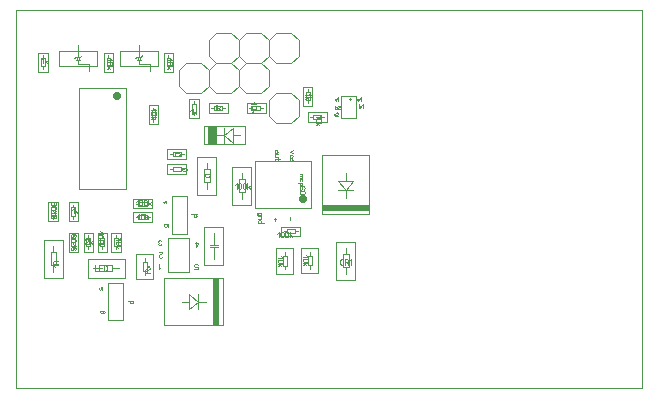
<source format=gbr>
%FSLAX34Y34*%
%MOMM*%
%LNSILK_BOTTOM_*%
G71*
G01*
%ADD10C, 0.00*%
%ADD11C, 0.00*%
%ADD12C, 0.70*%
%ADD13C, 0.06*%
%ADD14C, 0.10*%
%ADD15C, 0.01*%
%ADD16C, 0.03*%
%LPD*%
G54D10*
X0Y0D02*
X530000Y0D01*
X530000Y-320000D01*
X0Y-320000D01*
X0Y0D01*
G54D11*
X250281Y-168038D02*
X250281Y-128037D01*
X202781Y-128038D01*
X202781Y-168038D01*
X250281Y-168038D01*
X243681Y-160338D02*
G54D12*
D03*
G54D11*
X146522Y-222288D02*
X129022Y-222288D01*
X129022Y-193688D01*
X146522Y-193688D01*
X146522Y-222288D01*
G54D11*
X279500Y-159166D02*
X279500Y-152766D01*
X273200Y-152766D01*
X285900Y-152766D01*
X279500Y-152766D01*
X273200Y-144866D01*
X285900Y-144866D01*
X279500Y-152766D01*
G54D11*
X279500Y-144866D02*
X279500Y-138466D01*
G54D11*
X259500Y-173366D02*
X299500Y-173366D01*
X299500Y-123366D01*
X259500Y-123366D01*
X259500Y-173366D01*
G36*
X259500Y-168366D02*
X259500Y-169366D01*
X299500Y-169366D01*
X299500Y-165366D01*
X259500Y-165366D01*
X259500Y-169366D01*
X259500Y-168366D01*
G37*
G54D11*
X259500Y-168366D02*
X259500Y-169366D01*
X299500Y-169366D01*
X299500Y-165366D01*
X259500Y-165366D01*
X259500Y-169366D01*
X259500Y-168366D01*
G54D11*
X161150Y-247153D02*
X154750Y-247153D01*
X154750Y-253453D01*
X154750Y-240753D01*
X154750Y-247153D01*
X146850Y-253453D01*
X146850Y-240753D01*
X154750Y-247153D01*
G54D11*
X146850Y-247153D02*
X140450Y-247153D01*
G54D11*
X175350Y-267153D02*
X175350Y-227153D01*
X125350Y-227153D01*
X125350Y-267153D01*
X175350Y-267153D01*
G36*
X170350Y-267153D02*
X171350Y-267153D01*
X171350Y-227153D01*
X167350Y-227153D01*
X167350Y-267153D01*
X171350Y-267153D01*
X170350Y-267153D01*
G37*
G54D11*
X170350Y-267153D02*
X171350Y-267153D01*
X171350Y-227153D01*
X167350Y-227153D01*
X167350Y-267153D01*
X171350Y-267153D01*
X170350Y-267153D01*
G54D11*
X287409Y-228986D02*
X287409Y-196986D01*
X271409Y-196986D01*
X271409Y-228986D01*
X287409Y-228986D01*
G54D11*
X281909Y-218086D02*
X281909Y-207086D01*
X277309Y-207086D01*
X277309Y-218086D01*
X281909Y-218086D01*
G54D11*
X279609Y-223986D02*
X279609Y-218086D01*
G54D11*
X279609Y-207086D02*
X279609Y-201986D01*
G54D11*
X239712Y-38944D02*
X233412Y-45244D01*
X220613Y-45244D01*
X214312Y-38944D01*
X214313Y-26144D01*
X220612Y-19844D01*
X233412Y-19844D01*
X239713Y-26144D01*
X239712Y-38944D01*
G54D13*
X123031Y-218281D02*
X121365Y-219948D01*
X121365Y-215503D01*
G54D13*
X121158Y-205581D02*
X123825Y-205581D01*
X123825Y-205859D01*
X123492Y-206415D01*
X121492Y-208081D01*
X121158Y-208637D01*
X121158Y-209192D01*
X121492Y-209748D01*
X122158Y-210026D01*
X122825Y-210026D01*
X123492Y-209748D01*
X123825Y-209192D01*
G54D13*
X123428Y-198874D02*
X123095Y-199429D01*
X122428Y-199707D01*
X121762Y-199707D01*
X121095Y-199429D01*
X120762Y-198874D01*
X120762Y-198318D01*
X121095Y-197763D01*
X121762Y-197485D01*
X121095Y-197207D01*
X120762Y-196651D01*
X120762Y-196096D01*
X121095Y-195540D01*
X121762Y-195263D01*
X122428Y-195263D01*
X123095Y-195540D01*
X123428Y-196096D01*
G54D13*
X152781Y-196453D02*
X152781Y-200898D01*
X154781Y-198120D01*
X154781Y-197564D01*
X152115Y-197564D01*
G54D13*
X151321Y-219948D02*
X153988Y-219948D01*
X153988Y-218003D01*
X153654Y-218003D01*
X152988Y-218281D01*
X152321Y-218281D01*
X151654Y-218003D01*
X151321Y-217448D01*
X151321Y-216337D01*
X151654Y-215781D01*
X152321Y-215503D01*
X152988Y-215503D01*
X153654Y-215781D01*
X153988Y-216336D01*
G54D13*
X240322Y-139009D02*
X242822Y-139009D01*
G54D13*
X242378Y-139009D02*
X242822Y-139676D01*
X242655Y-140343D01*
X242266Y-140676D01*
X240322Y-140676D01*
G54D13*
X242377Y-140676D02*
X242822Y-141343D01*
X242655Y-142009D01*
X242266Y-142343D01*
X240322Y-142343D01*
G54D13*
X242655Y-145231D02*
X242822Y-144564D01*
X242655Y-143898D01*
X242100Y-143564D01*
X240988Y-143564D01*
X240433Y-143898D01*
X240322Y-144564D01*
X240433Y-145231D01*
G54D13*
X242822Y-146453D02*
X239211Y-146453D01*
G54D13*
X241155Y-146453D02*
X240433Y-146787D01*
X240322Y-147453D01*
X240433Y-148120D01*
X240988Y-148453D01*
X242100Y-148453D01*
X242655Y-148120D01*
X242822Y-147453D01*
X242655Y-146787D01*
X241988Y-146453D01*
G54D13*
X243933Y-152342D02*
X244488Y-152009D01*
X244766Y-151342D01*
X244766Y-150675D01*
X244489Y-150009D01*
X243933Y-149675D01*
X242544Y-149675D01*
X242266Y-149675D01*
X242822Y-150675D01*
X242822Y-151342D01*
X242544Y-152009D01*
X241989Y-152342D01*
X241155Y-152342D01*
X240600Y-152009D01*
X240322Y-151342D01*
X240322Y-150675D01*
X240600Y-150009D01*
X241155Y-149675D01*
X242544Y-149675D01*
G54D13*
X243933Y-156231D02*
X241155Y-156231D01*
X240600Y-155898D01*
X240322Y-155231D01*
X240322Y-154564D01*
X240600Y-153898D01*
X241155Y-153564D01*
X243933Y-153564D01*
X244489Y-153898D01*
X244766Y-154564D01*
X244766Y-155231D01*
X244489Y-155898D01*
X243933Y-156231D01*
G54D13*
X243100Y-157453D02*
X244766Y-159120D01*
X240322Y-159120D01*
G54D13*
X204564Y-171950D02*
X204286Y-172617D01*
X204286Y-173083D01*
X204563Y-173750D01*
X205119Y-173950D01*
X207897Y-173950D01*
G54D13*
X207175Y-173950D02*
X207730Y-173617D01*
X207897Y-172950D01*
X207730Y-172283D01*
X207175Y-171950D01*
X206064Y-171950D01*
X205508Y-172283D01*
X205397Y-172950D01*
X205508Y-173617D01*
X206064Y-173950D01*
G54D13*
X205397Y-175172D02*
X207897Y-175172D01*
G54D13*
X207341Y-175172D02*
X207730Y-175505D01*
X207897Y-176172D01*
X207730Y-176839D01*
X207341Y-177172D01*
X205397Y-177172D01*
G54D13*
X205397Y-180394D02*
X209841Y-180394D01*
G54D13*
X207175Y-180394D02*
X207730Y-180061D01*
X207897Y-179394D01*
X207730Y-178727D01*
X207175Y-178394D01*
X206064Y-178394D01*
X205508Y-178727D01*
X205397Y-179394D01*
X205508Y-180061D01*
X206064Y-180394D01*
G54D13*
X234487Y-119166D02*
X231987Y-120499D01*
X234488Y-121832D01*
G54D13*
X234321Y-124721D02*
X234487Y-124055D01*
X234321Y-123388D01*
X233765Y-123055D01*
X232654Y-123055D01*
X232099Y-123388D01*
X231988Y-124055D01*
X232099Y-124721D01*
G54D13*
X234321Y-127610D02*
X234487Y-126944D01*
X234321Y-126277D01*
X233765Y-125944D01*
X232654Y-125944D01*
X232099Y-126277D01*
X231988Y-126944D01*
X232099Y-127610D01*
G54D13*
X219954Y-121166D02*
X221065Y-121166D01*
X221621Y-120832D01*
X221788Y-120166D01*
X221621Y-119499D01*
X221065Y-119166D01*
X219954Y-119166D01*
X219399Y-119499D01*
X219288Y-120166D01*
X219399Y-120832D01*
X219954Y-121166D01*
G54D13*
X221787Y-124388D02*
X219288Y-124388D01*
G54D13*
X219843Y-124388D02*
X219399Y-124054D01*
X219287Y-123388D01*
X219399Y-122721D01*
X219843Y-122388D01*
X221788Y-122388D01*
G54D13*
X223732Y-126276D02*
X219565Y-126276D01*
X219288Y-126610D01*
X219399Y-126943D01*
G54D13*
X221788Y-125610D02*
X221788Y-126943D01*
G54D13*
X231948Y-175522D02*
X231948Y-178189D01*
G54D13*
X219644Y-176316D02*
X219644Y-178982D01*
G54D13*
X220756Y-177649D02*
X218533Y-177649D01*
G54D13*
X185556Y-148879D02*
X187223Y-147212D01*
X187223Y-151656D01*
G54D13*
X191112Y-148045D02*
X191112Y-150823D01*
X190779Y-151379D01*
X190112Y-151656D01*
X189445Y-151656D01*
X188779Y-151379D01*
X188445Y-150823D01*
X188445Y-148045D01*
X188779Y-147490D01*
X189445Y-147212D01*
X190112Y-147212D01*
X190779Y-147490D01*
X191112Y-148045D01*
G54D13*
X195001Y-148045D02*
X195001Y-150823D01*
X194668Y-151379D01*
X194001Y-151656D01*
X193334Y-151656D01*
X192668Y-151379D01*
X192334Y-150823D01*
X192334Y-148045D01*
X192668Y-147490D01*
X193334Y-147212D01*
X194001Y-147212D01*
X194668Y-147490D01*
X195001Y-148045D01*
G54D13*
X196223Y-151656D02*
X196223Y-147212D01*
G54D13*
X197223Y-149990D02*
X198223Y-151656D01*
G54D13*
X196223Y-150545D02*
X198223Y-149156D01*
G54D13*
X246158Y-207881D02*
X247825Y-209548D01*
X243381Y-209548D01*
G54D13*
X246992Y-213437D02*
X244214Y-213437D01*
X243658Y-213103D01*
X243381Y-212437D01*
X243381Y-211770D01*
X243658Y-211103D01*
X244214Y-210770D01*
X246992Y-210770D01*
X247547Y-211103D01*
X247825Y-211770D01*
X247825Y-212436D01*
X247547Y-213103D01*
X246992Y-213437D01*
G54D13*
X243381Y-214659D02*
X247825Y-214659D01*
G54D13*
X245047Y-215659D02*
X243381Y-216659D01*
G54D13*
X244492Y-214659D02*
X245881Y-216659D01*
G54D11*
X112682Y-80906D02*
X112682Y-96918D01*
X120694Y-96918D01*
X120694Y-80906D01*
X112682Y-80906D01*
G54D11*
X116682Y-82906D02*
X116682Y-85306D01*
X115082Y-85306D01*
X115082Y-92406D01*
X118282Y-92406D01*
X118282Y-85306D01*
X116682Y-85306D01*
G54D11*
X116582Y-92406D02*
X116582Y-94806D01*
G54D13*
X117475Y-83765D02*
X119141Y-85431D01*
X114697Y-85431D01*
G54D13*
X118308Y-89320D02*
X115530Y-89320D01*
X114975Y-88987D01*
X114697Y-88320D01*
X114697Y-87654D01*
X114975Y-86987D01*
X115530Y-86654D01*
X118308Y-86654D01*
X118864Y-86987D01*
X119141Y-87654D01*
X119141Y-88320D01*
X118863Y-88987D01*
X118308Y-89320D01*
G54D13*
X114697Y-90543D02*
X119141Y-90543D01*
G54D13*
X116363Y-91543D02*
X114697Y-92543D01*
G54D13*
X115808Y-90543D02*
X117197Y-92543D01*
G54D13*
X277500Y-212417D02*
X277500Y-215195D01*
X277166Y-215750D01*
X276500Y-216028D01*
X275833Y-216028D01*
X275166Y-215750D01*
X274833Y-215195D01*
X274833Y-212417D01*
X275166Y-211861D01*
X275833Y-211584D01*
X276500Y-211584D01*
X277166Y-211861D01*
X277500Y-212417D01*
G54D13*
X280055Y-213806D02*
X281055Y-214361D01*
X281389Y-214917D01*
X281389Y-216028D01*
G54D13*
X278722Y-216028D02*
X278722Y-211584D01*
X280389Y-211584D01*
X281055Y-211861D01*
X281389Y-212417D01*
X281389Y-212972D01*
X281055Y-213528D01*
X280389Y-213806D01*
X278722Y-213806D01*
G54D13*
X282611Y-213250D02*
X284278Y-211584D01*
X284278Y-216028D01*
G54D11*
X214312Y-38944D02*
X208012Y-45244D01*
X195213Y-45244D01*
X188912Y-38944D01*
X188913Y-26144D01*
X195212Y-19844D01*
X208012Y-19844D01*
X214313Y-26144D01*
X214312Y-38944D01*
G54D14*
X93298Y-66664D02*
X53298Y-66664D01*
X53298Y-152264D01*
X93298Y-152264D01*
X93298Y-66664D01*
X85598Y-73264D02*
G54D12*
D03*
G54D11*
X188912Y-38944D02*
X182612Y-45244D01*
X169813Y-45244D01*
X163512Y-38944D01*
X163513Y-26144D01*
X169812Y-19844D01*
X182612Y-19844D01*
X188913Y-26144D01*
X188912Y-38944D01*
G54D11*
X214312Y-64344D02*
X208012Y-70644D01*
X195213Y-70644D01*
X188912Y-64344D01*
X188913Y-51544D01*
X195212Y-45244D01*
X208012Y-45244D01*
X214313Y-51544D01*
X214312Y-64344D01*
G54D11*
X188912Y-64344D02*
X182612Y-70644D01*
X169813Y-70644D01*
X163512Y-64344D01*
X163513Y-51544D01*
X169812Y-45244D01*
X182612Y-45244D01*
X188913Y-51544D01*
X188912Y-64344D01*
G54D11*
X163512Y-64344D02*
X157212Y-70644D01*
X144413Y-70644D01*
X138112Y-64344D01*
X138113Y-51544D01*
X144412Y-45244D01*
X157212Y-45244D01*
X163513Y-51544D01*
X163512Y-64344D01*
G54D11*
X132097Y-157906D02*
X144797Y-157906D01*
X144797Y-189706D01*
X132097Y-189706D01*
X132097Y-157906D01*
G54D13*
X153194Y-173369D02*
X148749Y-173369D01*
G54D13*
X151416Y-173369D02*
X150860Y-173702D01*
X150694Y-174369D01*
X150860Y-175035D01*
X151416Y-175369D01*
X152527Y-175369D01*
X153083Y-175035D01*
X153194Y-174369D01*
X153082Y-173702D01*
X152527Y-173369D01*
G54D13*
X127119Y-163859D02*
X127397Y-163193D01*
X127397Y-162526D01*
X127119Y-161859D01*
X126564Y-161859D01*
X126286Y-162193D01*
X126008Y-163526D01*
X125730Y-163859D01*
X125175Y-163859D01*
X124897Y-163193D01*
X124897Y-162526D01*
X125175Y-161859D01*
G54D13*
X129024Y-183703D02*
X129302Y-183036D01*
X129302Y-182570D01*
X129024Y-181903D01*
X128468Y-181703D01*
X125690Y-181703D01*
G54D13*
X126413Y-181703D02*
X125857Y-182036D01*
X125691Y-182703D01*
X125857Y-183370D01*
X126413Y-183703D01*
X127524Y-183703D01*
X128079Y-183370D01*
X128191Y-182703D01*
X128079Y-182036D01*
X127524Y-181703D01*
G54D11*
X78122Y-231328D02*
X90822Y-231328D01*
X90822Y-263128D01*
X78122Y-263128D01*
X78122Y-231328D01*
G54D13*
X99219Y-246791D02*
X94774Y-246791D01*
G54D13*
X97441Y-246791D02*
X96885Y-247124D01*
X96719Y-247791D01*
X96885Y-248457D01*
X97441Y-248791D01*
X98552Y-248791D01*
X99108Y-248457D01*
X99219Y-247791D01*
X99108Y-247124D01*
X98552Y-246791D01*
G54D13*
X73144Y-237281D02*
X73422Y-236615D01*
X73422Y-235948D01*
X73144Y-235281D01*
X72588Y-235281D01*
X72311Y-235615D01*
X72033Y-236948D01*
X71755Y-237281D01*
X71200Y-237281D01*
X70922Y-236615D01*
X70922Y-235948D01*
X71200Y-235281D01*
G54D13*
X75049Y-257125D02*
X75327Y-256458D01*
X75327Y-255992D01*
X75049Y-255325D01*
X74493Y-255125D01*
X71716Y-255125D01*
G54D13*
X72438Y-255125D02*
X71882Y-255458D01*
X71716Y-256125D01*
X71882Y-256792D01*
X72438Y-257125D01*
X73549Y-257125D01*
X74104Y-256792D01*
X74216Y-256125D01*
X74104Y-255458D01*
X73549Y-255125D01*
G54D11*
X99559Y-179764D02*
X115571Y-179765D01*
X115571Y-171752D01*
X99559Y-171752D01*
X99559Y-179764D01*
G54D11*
X101559Y-175764D02*
X103959Y-175764D01*
X103959Y-177364D01*
X111059Y-177364D01*
X111059Y-174164D01*
X103959Y-174164D01*
X103959Y-175764D01*
G54D11*
X111059Y-175864D02*
X113459Y-175864D01*
G54D11*
X99535Y-168305D02*
X115547Y-168306D01*
X115547Y-160293D01*
X99535Y-160293D01*
X99535Y-168305D01*
G54D11*
X101535Y-164305D02*
X103935Y-164305D01*
X103935Y-165905D01*
X111035Y-165905D01*
X111035Y-162705D01*
X103935Y-162705D01*
X103935Y-164305D01*
G54D11*
X111035Y-164405D02*
X113435Y-164405D01*
G54D11*
X80932Y-188832D02*
X80932Y-204844D01*
X88944Y-204844D01*
X88944Y-188832D01*
X80932Y-188832D01*
G54D11*
X84932Y-190832D02*
X84932Y-193232D01*
X83332Y-193232D01*
X83332Y-200332D01*
X86532Y-200332D01*
X86532Y-193232D01*
X84932Y-193232D01*
G54D11*
X84832Y-200332D02*
X84832Y-202732D01*
G54D11*
X69423Y-188856D02*
X69422Y-204868D01*
X77435Y-204868D01*
X77435Y-188856D01*
X69423Y-188856D01*
G54D11*
X73423Y-190856D02*
X73423Y-193256D01*
X71823Y-193256D01*
X71823Y-200356D01*
X75023Y-200356D01*
X75023Y-193256D01*
X73423Y-193256D01*
G54D11*
X73323Y-200356D02*
X73323Y-202756D01*
G54D15*
X241683Y-223128D02*
X255983Y-223128D01*
X255983Y-201728D01*
X241683Y-201728D01*
X241683Y-223128D01*
G54D15*
X248883Y-219528D02*
X248883Y-216328D01*
X250483Y-216328D01*
X250483Y-208428D01*
X247283Y-208428D01*
X247283Y-216328D01*
X248883Y-216328D01*
G54D15*
X248883Y-208428D02*
X248883Y-205228D01*
G54D13*
X225028Y-208732D02*
X226694Y-210399D01*
X222250Y-210399D01*
G54D13*
X225861Y-214288D02*
X223083Y-214288D01*
X222528Y-213954D01*
X222250Y-213288D01*
X222250Y-212621D01*
X222528Y-211954D01*
X223083Y-211621D01*
X225861Y-211621D01*
X226417Y-211954D01*
X226694Y-212621D01*
X226695Y-213288D01*
X226417Y-213954D01*
X225861Y-214288D01*
G54D13*
X222250Y-215510D02*
X226694Y-215510D01*
G54D13*
X223917Y-216510D02*
X222250Y-217510D01*
G54D13*
X223361Y-215510D02*
X224750Y-217510D01*
G54D15*
X220648Y-223525D02*
X234948Y-223525D01*
X234948Y-202125D01*
X220648Y-202125D01*
X220648Y-223525D01*
G54D15*
X227848Y-219925D02*
X227848Y-216725D01*
X229448Y-216725D01*
X229448Y-208825D01*
X226248Y-208825D01*
X226248Y-216725D01*
X227848Y-216725D01*
G54D15*
X227848Y-208825D02*
X227848Y-205625D01*
G54D11*
X240971Y-183733D02*
X224960Y-183733D01*
X224960Y-191745D01*
X240972Y-191745D01*
X240971Y-183733D01*
G54D11*
X238971Y-187733D02*
X236572Y-187733D01*
X236572Y-186133D01*
X229472Y-186133D01*
X229472Y-189333D01*
X236572Y-189333D01*
X236572Y-187733D01*
G54D11*
X229472Y-187633D02*
X227072Y-187633D01*
G54D13*
X221275Y-189757D02*
X222942Y-188090D01*
X222942Y-192535D01*
G54D13*
X226831Y-188923D02*
X226831Y-191701D01*
X226498Y-192257D01*
X225831Y-192535D01*
X225164Y-192535D01*
X224498Y-192257D01*
X224164Y-191701D01*
X224164Y-188923D01*
X224498Y-188368D01*
X225164Y-188090D01*
X225831Y-188090D01*
X226498Y-188368D01*
X226831Y-188923D01*
G54D13*
X230720Y-188923D02*
X230720Y-191701D01*
X230386Y-192257D01*
X229720Y-192535D01*
X229053Y-192535D01*
X228386Y-192257D01*
X228053Y-191701D01*
X228053Y-188923D01*
X228386Y-188368D01*
X229053Y-188090D01*
X229720Y-188090D01*
X230386Y-188368D01*
X230720Y-188923D01*
G54D13*
X231942Y-192535D02*
X231942Y-188090D01*
G54D13*
X232942Y-190868D02*
X233942Y-192535D01*
G54D13*
X231942Y-191423D02*
X233942Y-190035D01*
G54D11*
X175481Y-216197D02*
X175481Y-184197D01*
X159481Y-184197D01*
X159481Y-216197D01*
X175481Y-216197D01*
G54D11*
X167681Y-211197D02*
X167681Y-201297D01*
G54D11*
X167681Y-199397D02*
X167681Y-189197D01*
G54D11*
X171281Y-201297D02*
X164781Y-201297D01*
G54D11*
X171381Y-199497D02*
X164681Y-199497D01*
G54D15*
X101983Y-228287D02*
X116283Y-228287D01*
X116283Y-206887D01*
X101983Y-206887D01*
X101983Y-228287D01*
G54D15*
X109183Y-224687D02*
X109183Y-221487D01*
X110783Y-221487D01*
X110783Y-213587D01*
X107583Y-213587D01*
X107583Y-221487D01*
X109183Y-221487D01*
G54D15*
X109183Y-213587D02*
X109183Y-210387D01*
G54D11*
X27737Y-163047D02*
X27737Y-179059D01*
X35749Y-179059D01*
X35749Y-163047D01*
X27737Y-163047D01*
G54D11*
X31737Y-165047D02*
X31737Y-167447D01*
X30137Y-167447D01*
X30137Y-174547D01*
X33337Y-174547D01*
X33337Y-167447D01*
X31737Y-167447D01*
G54D11*
X31637Y-174547D02*
X31637Y-176947D01*
G54D11*
X44817Y-163060D02*
X44816Y-179071D01*
X52829Y-179071D01*
X52828Y-163059D01*
X44817Y-163060D01*
G54D11*
X48817Y-165060D02*
X48817Y-167459D01*
X47216Y-167459D01*
X47217Y-174559D01*
X50417Y-174559D01*
X50416Y-167459D01*
X48817Y-167459D01*
G54D11*
X48716Y-174560D02*
X48717Y-176960D01*
G54D11*
X239712Y-89744D02*
X233412Y-96044D01*
X220613Y-96044D01*
X214312Y-89744D01*
X214313Y-76944D01*
X220612Y-70644D01*
X233412Y-70644D01*
X239713Y-76944D01*
X239712Y-89744D01*
G54D11*
X163456Y-87343D02*
X179468Y-87343D01*
X179468Y-79331D01*
X163456Y-79331D01*
X163456Y-87343D01*
G54D11*
X165456Y-83343D02*
X167856Y-83343D01*
X167856Y-84943D01*
X174956Y-84943D01*
X174956Y-81743D01*
X167856Y-81743D01*
X167856Y-83343D01*
G54D11*
X174956Y-83443D02*
X177356Y-83443D01*
G54D13*
X167902Y-82154D02*
X169569Y-80487D01*
X169569Y-84931D01*
G54D13*
X170791Y-84931D02*
X170791Y-80487D01*
G54D13*
X171791Y-83265D02*
X172791Y-84931D01*
G54D13*
X170791Y-83820D02*
X172791Y-82431D01*
G54D11*
X159535Y-98537D02*
X159535Y-113537D01*
X194535Y-113537D01*
X194535Y-98537D01*
X159535Y-98537D01*
G36*
X159535Y-98537D02*
X169535Y-98537D01*
X169535Y-113537D01*
X162735Y-113537D01*
X162735Y-98537D01*
X159535Y-98537D01*
G37*
G54D11*
X159535Y-98537D02*
X169535Y-98537D01*
X169535Y-113537D01*
X162735Y-113537D01*
X162735Y-98537D01*
X159535Y-98537D01*
G54D11*
X169635Y-106137D02*
X176035Y-106137D01*
X176035Y-99837D01*
X176035Y-112537D01*
X176035Y-106137D01*
X183935Y-99837D01*
X183935Y-112537D01*
X176035Y-106137D01*
G54D11*
X183935Y-106137D02*
X190335Y-106137D01*
G54D11*
X92858Y-211066D02*
X60858Y-211066D01*
X60858Y-227066D01*
X92858Y-227066D01*
X92858Y-211066D01*
G54D11*
X81958Y-216566D02*
X70958Y-216566D01*
X70958Y-221166D01*
X81958Y-221166D01*
X81958Y-216566D01*
G54D11*
X87858Y-218866D02*
X81958Y-218866D01*
G54D11*
X70958Y-218866D02*
X65858Y-218866D01*
G54D11*
X39759Y-227398D02*
X39759Y-195398D01*
X23759Y-195398D01*
X23759Y-227398D01*
X39759Y-227398D01*
G54D11*
X34259Y-216498D02*
X34259Y-205498D01*
X29659Y-205498D01*
X29659Y-216498D01*
X34259Y-216498D01*
G54D11*
X31959Y-222398D02*
X31959Y-216498D01*
G54D11*
X31959Y-205498D02*
X31959Y-200398D01*
G54D11*
X57516Y-188856D02*
X57516Y-204868D01*
X65529Y-204868D01*
X65528Y-188856D01*
X57516Y-188856D01*
G54D11*
X61517Y-190856D02*
X61517Y-193256D01*
X59916Y-193256D01*
X59916Y-200356D01*
X63117Y-200356D01*
X63116Y-193256D01*
X61517Y-193256D01*
G54D11*
X61417Y-200356D02*
X61417Y-202756D01*
G54D11*
X44816Y-188856D02*
X44816Y-204868D01*
X52829Y-204868D01*
X52828Y-188856D01*
X44816Y-188856D01*
G54D11*
X48817Y-190856D02*
X48817Y-193256D01*
X47216Y-193256D01*
X47216Y-200356D01*
X50417Y-200356D01*
X50416Y-193256D01*
X48817Y-193256D01*
G54D11*
X48717Y-200356D02*
X48717Y-202756D01*
G54D13*
X47432Y-169494D02*
X49099Y-167828D01*
X49099Y-172272D01*
G54D13*
X50321Y-172272D02*
X50321Y-167828D01*
G54D13*
X51321Y-170605D02*
X52321Y-172272D01*
G54D13*
X50321Y-171161D02*
X52321Y-169772D01*
G54D13*
X33429Y-176486D02*
X33985Y-176153D01*
X34263Y-175486D01*
X34263Y-174820D01*
X33985Y-174153D01*
X33429Y-173820D01*
X32041Y-173820D01*
X31763Y-173820D01*
X32318Y-174820D01*
X32318Y-175486D01*
X32041Y-176153D01*
X31485Y-176486D01*
X30652Y-176486D01*
X30096Y-176153D01*
X29818Y-175486D01*
X29818Y-174820D01*
X30096Y-174153D01*
X30652Y-173820D01*
X32041Y-173820D01*
G54D13*
X34263Y-172597D02*
X29818Y-172597D01*
G54D13*
X32596Y-171597D02*
X34263Y-170597D01*
G54D13*
X33152Y-172597D02*
X31763Y-170597D01*
G54D13*
X30652Y-166709D02*
X33429Y-166709D01*
X33985Y-167042D01*
X34263Y-167709D01*
X34263Y-168375D01*
X33985Y-169042D01*
X33429Y-169375D01*
X30652Y-169375D01*
X30096Y-169042D01*
X29818Y-168375D01*
X29818Y-167709D01*
X30096Y-167042D01*
X30652Y-166709D01*
G54D13*
X33429Y-165486D02*
X33985Y-165153D01*
X34263Y-164486D01*
X34263Y-163820D01*
X33985Y-163153D01*
X33429Y-162820D01*
X32041Y-162820D01*
X31763Y-162820D01*
X32318Y-163820D01*
X32318Y-164486D01*
X32041Y-165153D01*
X31485Y-165486D01*
X30652Y-165486D01*
X30096Y-165153D01*
X29818Y-164486D01*
X29818Y-163820D01*
X30096Y-163153D01*
X30652Y-162820D01*
X32041Y-162820D01*
G54D13*
X50098Y-203871D02*
X50654Y-203537D01*
X50932Y-202871D01*
X50932Y-202204D01*
X50654Y-201537D01*
X50098Y-201204D01*
X48709Y-201204D01*
X48432Y-201204D01*
X48987Y-202204D01*
X48987Y-202871D01*
X48709Y-203537D01*
X48154Y-203871D01*
X47320Y-203871D01*
X46765Y-203537D01*
X46487Y-202871D01*
X46487Y-202204D01*
X46765Y-201537D01*
X47320Y-201204D01*
X48709Y-201204D01*
G54D13*
X50932Y-199982D02*
X46487Y-199982D01*
G54D13*
X49265Y-198982D02*
X50932Y-197982D01*
G54D13*
X49820Y-199982D02*
X48432Y-197982D01*
G54D13*
X47320Y-194093D02*
X50098Y-194093D01*
X50654Y-194426D01*
X50932Y-195093D01*
X50932Y-195760D01*
X50654Y-196426D01*
X50098Y-196760D01*
X47320Y-196760D01*
X46765Y-196426D01*
X46487Y-195760D01*
X46487Y-195093D01*
X46765Y-194426D01*
X47320Y-194093D01*
G54D13*
X50098Y-192871D02*
X50654Y-192537D01*
X50932Y-191871D01*
X50932Y-191204D01*
X50654Y-190537D01*
X50098Y-190204D01*
X48709Y-190204D01*
X48432Y-190204D01*
X48987Y-191204D01*
X48987Y-191871D01*
X48709Y-192537D01*
X48154Y-192871D01*
X47320Y-192871D01*
X46765Y-192537D01*
X46487Y-191871D01*
X46487Y-191204D01*
X46765Y-190537D01*
X47320Y-190204D01*
X48709Y-190204D01*
G54D13*
X33469Y-218158D02*
X31803Y-216491D01*
X36247Y-216491D01*
G54D13*
X34025Y-213936D02*
X34580Y-212936D01*
X35136Y-212602D01*
X36247Y-212602D01*
G54D13*
X36247Y-215269D02*
X31803Y-215269D01*
X31803Y-213602D01*
X32080Y-212936D01*
X32636Y-212602D01*
X33192Y-212602D01*
X33747Y-212936D01*
X34025Y-213602D01*
X34025Y-215269D01*
G54D13*
X67276Y-216643D02*
X67276Y-221088D01*
X69609Y-221088D01*
G54D13*
X73164Y-221088D02*
X70831Y-221088D01*
X70831Y-216643D01*
X73164Y-216643D01*
G54D13*
X70831Y-218866D02*
X73164Y-218866D01*
G54D13*
X74386Y-221088D02*
X74386Y-216643D01*
X76053Y-216643D01*
X76719Y-216921D01*
X77053Y-217477D01*
X77053Y-220254D01*
X76719Y-220810D01*
X76053Y-221088D01*
X74386Y-221088D01*
G54D13*
X61211Y-198466D02*
X58545Y-198466D01*
X58545Y-198188D01*
X58878Y-197633D01*
X60878Y-195966D01*
X61211Y-195410D01*
X61211Y-194855D01*
X60878Y-194299D01*
X60211Y-194021D01*
X59545Y-194021D01*
X58878Y-194299D01*
X58545Y-194855D01*
G54D13*
X62434Y-198466D02*
X62434Y-194021D01*
G54D13*
X63434Y-196799D02*
X64434Y-198466D01*
G54D13*
X62434Y-197355D02*
X64434Y-195966D01*
G54D13*
X71233Y-200428D02*
X69567Y-198762D01*
X74011Y-198762D01*
G54D13*
X70400Y-194873D02*
X73178Y-194873D01*
X73733Y-195206D01*
X74011Y-195873D01*
X74011Y-196539D01*
X73733Y-197206D01*
X73178Y-197539D01*
X70400Y-197539D01*
X69844Y-197206D01*
X69567Y-196539D01*
X69567Y-195873D01*
X69844Y-195206D01*
X70400Y-194873D01*
G54D13*
X70400Y-190984D02*
X73178Y-190984D01*
X73733Y-191317D01*
X74011Y-191984D01*
X74011Y-192650D01*
X73733Y-193317D01*
X73178Y-193650D01*
X70400Y-193650D01*
X69844Y-193317D01*
X69567Y-192650D01*
X69567Y-191984D01*
X69844Y-191317D01*
X70400Y-190984D01*
G54D13*
X74011Y-189761D02*
X69567Y-189761D01*
G54D13*
X72344Y-188761D02*
X74011Y-187761D01*
G54D13*
X72900Y-189761D02*
X71511Y-187761D01*
G54D13*
X86712Y-201992D02*
X85045Y-200325D01*
X89489Y-200325D01*
G54D13*
X85878Y-196436D02*
X88656Y-196436D01*
X89212Y-196769D01*
X89489Y-197436D01*
X89489Y-198103D01*
X89212Y-198769D01*
X88656Y-199103D01*
X85878Y-199103D01*
X85323Y-198769D01*
X85045Y-198103D01*
X85045Y-197436D01*
X85323Y-196769D01*
X85878Y-196436D01*
G54D13*
X89489Y-195214D02*
X85045Y-195214D01*
G54D13*
X87823Y-194214D02*
X89489Y-193214D01*
G54D13*
X88378Y-195214D02*
X86989Y-193214D01*
G54D13*
X101567Y-162976D02*
X103233Y-161310D01*
X103233Y-165754D01*
G54D13*
X107122Y-162143D02*
X107122Y-164921D01*
X106789Y-165476D01*
X106122Y-165754D01*
X105456Y-165754D01*
X104789Y-165476D01*
X104456Y-164921D01*
X104456Y-162143D01*
X104789Y-161587D01*
X105456Y-161310D01*
X106122Y-161310D01*
X106789Y-161587D01*
X107122Y-162143D01*
G54D13*
X111011Y-162143D02*
X111011Y-164921D01*
X110678Y-165476D01*
X110011Y-165754D01*
X109345Y-165754D01*
X108678Y-165476D01*
X108345Y-164921D01*
X108345Y-162143D01*
X108678Y-161587D01*
X109345Y-161310D01*
X110011Y-161310D01*
X110678Y-161587D01*
X111011Y-162143D01*
G54D13*
X112234Y-165754D02*
X112234Y-161310D01*
G54D13*
X113234Y-164087D02*
X114234Y-165754D01*
G54D13*
X112234Y-164643D02*
X114234Y-163254D01*
G54D13*
X103115Y-174422D02*
X104782Y-172755D01*
X104782Y-177199D01*
G54D13*
X108671Y-173588D02*
X108671Y-176366D01*
X108337Y-176922D01*
X107671Y-177199D01*
X107004Y-177199D01*
X106337Y-176922D01*
X106004Y-176366D01*
X106004Y-173588D01*
X106337Y-173033D01*
X107004Y-172755D01*
X107671Y-172755D01*
X108337Y-173033D01*
X108671Y-173588D01*
G54D13*
X109893Y-177199D02*
X109893Y-172755D01*
G54D13*
X110893Y-175533D02*
X111893Y-177199D01*
G54D13*
X109893Y-176088D02*
X111893Y-174699D01*
G54D13*
X111519Y-221364D02*
X112074Y-220364D01*
X112630Y-220031D01*
X113741Y-220031D01*
G54D13*
X113741Y-222698D02*
X109296Y-222698D01*
X109296Y-221031D01*
X109574Y-220364D01*
X110130Y-220031D01*
X110685Y-220031D01*
X111241Y-220364D01*
X111519Y-221031D01*
X111519Y-222698D01*
G54D13*
X111241Y-218809D02*
X113741Y-216142D01*
G54D13*
X113741Y-218809D02*
X111241Y-216142D01*
G54D11*
X199303Y-165486D02*
X199303Y-133486D01*
X183303Y-133486D01*
X183303Y-165486D01*
X199303Y-165486D01*
G54D11*
X193803Y-154586D02*
X193803Y-143586D01*
X189203Y-143586D01*
X189203Y-154586D01*
X193803Y-154586D01*
G54D11*
X191503Y-160486D02*
X191503Y-154586D01*
G54D11*
X191503Y-143586D02*
X191503Y-138486D01*
G54D11*
X88453Y-47687D02*
X88453Y-34987D01*
X120253Y-34988D01*
X120253Y-47687D01*
X88453Y-47687D01*
G54D11*
X104353Y-30187D02*
X104378Y-39719D01*
G54D11*
X106378Y-39719D02*
X102378Y-39719D01*
G54D11*
X102378Y-39719D02*
X101378Y-40719D01*
G54D11*
X106378Y-39719D02*
X107378Y-38719D01*
G54D11*
X104378Y-39719D02*
X106378Y-42719D01*
X102378Y-42719D01*
X104378Y-39719D01*
G54D11*
X113853Y-52388D02*
X113878Y-45719D01*
X104378Y-45719D01*
X104378Y-42719D01*
G54D11*
X36859Y-47687D02*
X36859Y-34987D01*
X68659Y-34988D01*
X68659Y-47687D01*
X36859Y-47687D01*
G54D11*
X52759Y-30187D02*
X52784Y-39719D01*
G54D11*
X54784Y-39719D02*
X50784Y-39719D01*
G54D11*
X50784Y-39719D02*
X49784Y-40719D01*
G54D11*
X54784Y-39719D02*
X55784Y-38719D01*
G54D11*
X52784Y-39719D02*
X54784Y-42719D01*
X50784Y-42719D01*
X52784Y-39719D01*
G54D11*
X62259Y-52388D02*
X62284Y-45719D01*
X52784Y-45719D01*
X52784Y-42719D01*
G54D11*
X146814Y-75747D02*
X146813Y-91759D01*
X154826Y-91759D01*
X154825Y-75747D01*
X146814Y-75747D01*
G54D11*
X150814Y-77747D02*
X150814Y-80147D01*
X149213Y-80147D01*
X149213Y-87247D01*
X152414Y-87247D01*
X152413Y-80147D01*
X150814Y-80147D01*
G54D11*
X150713Y-87247D02*
X150714Y-89647D01*
G54D13*
X147662Y-85725D02*
X149328Y-84059D01*
X149328Y-88503D01*
G54D13*
X150551Y-88503D02*
X150551Y-84059D01*
G54D13*
X151551Y-86837D02*
X152551Y-88503D01*
G54D13*
X150551Y-87392D02*
X152551Y-86003D01*
G54D11*
X125382Y-36456D02*
X125382Y-52468D01*
X133394Y-52468D01*
X133394Y-36456D01*
X125382Y-36456D01*
G54D11*
X129382Y-38456D02*
X129382Y-40856D01*
X127782Y-40856D01*
X127782Y-47956D01*
X130982Y-47956D01*
X130982Y-40856D01*
X129382Y-40856D01*
G54D11*
X129282Y-47956D02*
X129282Y-50356D01*
G54D11*
X74582Y-36456D02*
X74582Y-52468D01*
X82594Y-52468D01*
X82594Y-36456D01*
X74582Y-36456D01*
G54D11*
X78582Y-38456D02*
X78582Y-40856D01*
X76982Y-40856D01*
X76982Y-47956D01*
X80182Y-47956D01*
X80182Y-40856D01*
X78582Y-40856D01*
G54D11*
X78482Y-47956D02*
X78482Y-50356D01*
G54D11*
X19020Y-36456D02*
X19019Y-52468D01*
X27032Y-52468D01*
X27032Y-36456D01*
X19020Y-36456D01*
G54D11*
X23020Y-38456D02*
X23020Y-40856D01*
X21420Y-40856D01*
X21420Y-47956D01*
X24620Y-47956D01*
X24620Y-40856D01*
X23020Y-40856D01*
G54D11*
X22920Y-47956D02*
X22920Y-50356D01*
G54D13*
X21841Y-42841D02*
X23507Y-41174D01*
X23507Y-45619D01*
G54D13*
X24730Y-45619D02*
X24730Y-41174D01*
G54D13*
X25730Y-43952D02*
X26730Y-45619D01*
G54D13*
X24730Y-44508D02*
X26730Y-43119D01*
G54D13*
X80157Y-41277D02*
X81823Y-42944D01*
X77379Y-42944D01*
G54D13*
X80990Y-46833D02*
X78212Y-46833D01*
X77657Y-46500D01*
X77379Y-45833D01*
X77379Y-45166D01*
X77657Y-44500D01*
X78212Y-44166D01*
X80990Y-44166D01*
X81546Y-44500D01*
X81823Y-45166D01*
X81823Y-45833D01*
X81546Y-46500D01*
X80990Y-46833D01*
G54D13*
X77379Y-48055D02*
X81823Y-48055D01*
G54D13*
X79045Y-49055D02*
X77379Y-50055D01*
G54D13*
X78490Y-48055D02*
X79879Y-50055D01*
G54D13*
X130957Y-41277D02*
X132623Y-42944D01*
X128179Y-42944D01*
G54D13*
X131790Y-46833D02*
X129012Y-46833D01*
X128457Y-46500D01*
X128179Y-45833D01*
X128179Y-45166D01*
X128457Y-44500D01*
X129012Y-44166D01*
X131790Y-44166D01*
X132346Y-44500D01*
X132623Y-45166D01*
X132623Y-45833D01*
X132346Y-46500D01*
X131790Y-46833D01*
G54D13*
X128179Y-48055D02*
X132623Y-48055D01*
G54D13*
X129845Y-49055D02*
X128179Y-50055D01*
G54D13*
X129290Y-48055D02*
X130679Y-50055D01*
G54D13*
X138152Y-123738D02*
X135374Y-123738D01*
X134818Y-123404D01*
X134541Y-122738D01*
X134541Y-122071D01*
X134818Y-121404D01*
X135374Y-121071D01*
X138152Y-121071D01*
X138707Y-121404D01*
X138985Y-122071D01*
X138985Y-122738D01*
X138707Y-123404D01*
X138152Y-123738D01*
G54D11*
X128531Y-126237D02*
X144543Y-126237D01*
X144543Y-118224D01*
X128531Y-118225D01*
X128531Y-126237D01*
G54D11*
X130531Y-122237D02*
X132931Y-122236D01*
X132931Y-123837D01*
X140031Y-123837D01*
X140031Y-120636D01*
X132931Y-120637D01*
X132931Y-122236D01*
G54D11*
X140031Y-122337D02*
X142431Y-122336D01*
G54D11*
X128531Y-138937D02*
X144543Y-138937D01*
X144543Y-130924D01*
X128531Y-130925D01*
X128531Y-138937D01*
G54D11*
X130531Y-134937D02*
X132931Y-134936D01*
X132931Y-136537D01*
X140031Y-136537D01*
X140031Y-133336D01*
X132931Y-133337D01*
X132931Y-134936D01*
G54D11*
X140031Y-135037D02*
X142431Y-135036D01*
G54D11*
X169934Y-156755D02*
X169934Y-124755D01*
X153934Y-124755D01*
X153934Y-156755D01*
X169934Y-156755D01*
G54D11*
X164434Y-145855D02*
X164434Y-134855D01*
X159834Y-134855D01*
X159834Y-145855D01*
X164434Y-145855D01*
G54D11*
X162134Y-151755D02*
X162134Y-145855D01*
G54D11*
X162134Y-134855D02*
X162134Y-129755D01*
G54D13*
X144039Y-136424D02*
X141261Y-136424D01*
X140706Y-136091D01*
X140428Y-135424D01*
X140428Y-134758D01*
X140706Y-134091D01*
X141261Y-133758D01*
X144039Y-133758D01*
X144595Y-134091D01*
X144872Y-134758D01*
X144872Y-135424D01*
X144595Y-136091D01*
X144039Y-136424D01*
G54D13*
X163552Y-141597D02*
X160774Y-141597D01*
X160218Y-141264D01*
X159941Y-140597D01*
X159941Y-139930D01*
X160218Y-139264D01*
X160774Y-138930D01*
X163552Y-138930D01*
X164107Y-139264D01*
X164385Y-139930D01*
X164385Y-140597D01*
X164107Y-141264D01*
X163552Y-141597D01*
G54D11*
X243240Y-65416D02*
X243240Y-81427D01*
X251252Y-81428D01*
X251252Y-65415D01*
X243240Y-65416D01*
G54D11*
X247240Y-67416D02*
X247240Y-69816D01*
X245640Y-69816D01*
X245640Y-76916D01*
X248840Y-76916D01*
X248840Y-69816D01*
X247240Y-69816D01*
G54D11*
X247140Y-76916D02*
X247140Y-79316D01*
G54D13*
X248033Y-71052D02*
X249699Y-72719D01*
X245255Y-72719D01*
G54D13*
X245255Y-73941D02*
X249699Y-73941D01*
G54D13*
X246922Y-74941D02*
X245255Y-75941D01*
G54D13*
X246366Y-73941D02*
X247755Y-75941D01*
G54D15*
X275450Y-73000D02*
X275450Y-92000D01*
X288150Y-92000D01*
X288150Y-73000D01*
X275450Y-73000D01*
G54D15*
G75*
G01X283450Y-77000D02*
G03X283450Y-77000I0J1000D01*
G01*
G54D16*
X290792Y-82947D02*
X290792Y-80280D01*
G54D16*
X290792Y-81880D02*
X290992Y-81547D01*
X291392Y-81447D01*
X291792Y-81547D01*
X291992Y-81880D01*
X291992Y-82547D01*
X291792Y-82880D01*
X291392Y-82947D01*
X290992Y-82880D01*
X290792Y-82547D01*
G54D16*
X292726Y-81280D02*
X293726Y-80280D01*
X293726Y-82947D01*
G54D16*
X270755Y-89527D02*
X270435Y-89694D01*
X270035Y-89694D01*
X269635Y-89527D01*
X269555Y-89194D01*
X269555Y-88627D01*
X269755Y-88294D01*
X270155Y-88194D01*
X270555Y-88294D01*
X270755Y-88527D01*
X270755Y-88860D01*
X269555Y-88860D01*
G54D16*
X273088Y-89694D02*
X271488Y-89694D01*
X271488Y-89527D01*
X271688Y-89194D01*
X272888Y-88194D01*
X273088Y-87860D01*
X273088Y-87527D01*
X272888Y-87194D01*
X272488Y-87027D01*
X272088Y-87027D01*
X271688Y-87194D01*
X271488Y-87527D01*
G54D16*
X270746Y-84138D02*
X270746Y-81471D01*
G54D16*
X270746Y-83071D02*
X270946Y-82738D01*
X271346Y-82638D01*
X271746Y-82738D01*
X271946Y-83071D01*
X271946Y-83738D01*
X271746Y-84071D01*
X271346Y-84138D01*
X270946Y-84071D01*
X270746Y-83738D01*
G54D16*
X274279Y-84138D02*
X272679Y-84138D01*
X272679Y-83971D01*
X272879Y-83638D01*
X274079Y-82638D01*
X274279Y-82304D01*
X274279Y-81971D01*
X274079Y-81638D01*
X273679Y-81471D01*
X273279Y-81471D01*
X272879Y-81638D01*
X272679Y-81971D01*
G54D16*
X271355Y-75594D02*
X270955Y-75494D01*
X270555Y-75594D01*
X270355Y-75927D01*
X270355Y-76594D01*
X270555Y-76927D01*
X270955Y-76994D01*
X271355Y-76927D01*
G54D16*
X272088Y-75327D02*
X273088Y-74327D01*
X273088Y-76994D01*
G54D16*
X290560Y-76827D02*
X290240Y-76994D01*
X289840Y-76994D01*
X289440Y-76827D01*
X289360Y-76494D01*
X289360Y-75927D01*
X289560Y-75594D01*
X289960Y-75494D01*
X290360Y-75594D01*
X290560Y-75827D01*
X290560Y-76160D01*
X289360Y-76160D01*
G54D16*
X291293Y-75327D02*
X292293Y-74327D01*
X292293Y-76994D01*
G54D11*
X247197Y-94883D02*
X263209Y-94884D01*
X263209Y-86871D01*
X247197Y-86872D01*
X247197Y-94883D01*
G54D11*
X249197Y-90883D02*
X251597Y-90883D01*
X251597Y-92484D01*
X258697Y-92484D01*
X258697Y-89283D01*
X251597Y-89284D01*
X251597Y-90883D01*
G54D11*
X258697Y-90984D02*
X261097Y-90983D01*
G54D13*
X202090Y-78537D02*
X203757Y-80204D01*
X199312Y-80203D01*
G54D13*
X202923Y-84092D02*
X200146Y-84092D01*
X199590Y-83759D01*
X199312Y-83092D01*
X199312Y-82426D01*
X199590Y-81759D01*
X200146Y-81426D01*
X202923Y-81426D01*
X203479Y-81759D01*
X203757Y-82426D01*
X203757Y-83092D01*
X203479Y-83759D01*
X202923Y-84092D01*
G54D13*
X199312Y-85315D02*
X203757Y-85315D01*
G54D13*
X200979Y-86315D02*
X199312Y-87315D01*
G54D13*
X200423Y-85315D02*
X201812Y-87315D01*
G54D11*
X195603Y-87343D02*
X211615Y-87343D01*
X211615Y-79331D01*
X195603Y-79331D01*
X195603Y-87343D01*
G54D11*
X197603Y-83343D02*
X200003Y-83343D01*
X200003Y-84943D01*
X207103Y-84943D01*
X207103Y-81743D01*
X200003Y-81743D01*
X200003Y-83343D01*
G54D11*
X207103Y-83443D02*
X209503Y-83443D01*
G54D13*
X257030Y-89317D02*
X258697Y-90984D01*
X254252Y-90984D01*
G54D13*
X257863Y-94872D02*
X255086Y-94872D01*
X254530Y-94539D01*
X254252Y-93872D01*
X254252Y-93206D01*
X254530Y-92539D01*
X255086Y-92206D01*
X257864Y-92206D01*
X258419Y-92539D01*
X258697Y-93206D01*
X258697Y-93872D01*
X258419Y-94539D01*
X257863Y-94872D01*
G54D13*
X254252Y-96095D02*
X258697Y-96095D01*
G54D13*
X255919Y-97095D02*
X254252Y-98095D01*
G54D13*
X255364Y-96095D02*
X256752Y-98095D01*
M02*

</source>
